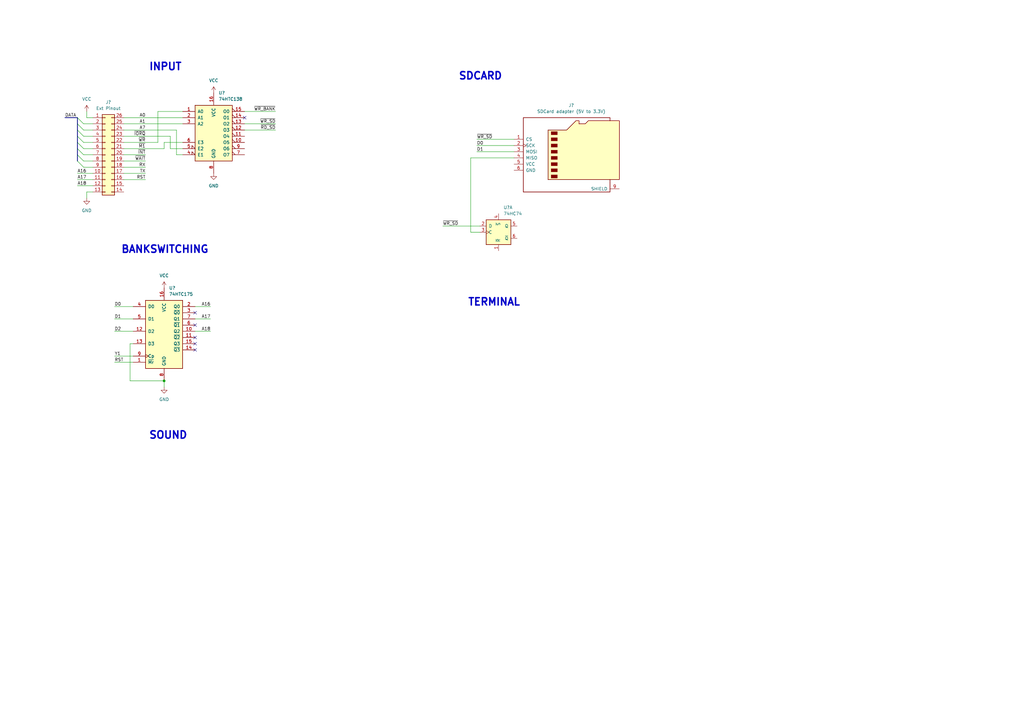
<source format=kicad_sch>
(kicad_sch (version 20211123) (generator eeschema)
  (paper "A3")
  (lib_symbols
    (symbol "74xx:74HC74" (pin_names (offset 1.016))
      (property "Reference" "U" (at -7.62 8.89 0))
      (property "Value" "74HC74" (at -7.62 -8.89 0))
      (symbol "74HC74_1_0"
        (pin input line (at 0 -7.62 90) (length 2.54) (name "~{R}") (number "1"))
        (pin input line (at -7.62 2.54 0) (length 2.54) (name "D") (number "2"))
        (pin input clock (at -7.62 0 0) (length 2.54) (name "C") (number "3"))
        (pin input line (at 0 7.62 270) (length 2.54) (name "~{S}") (number "4"))
        (pin output line (at 7.62 2.54 180) (length 2.54) (name "Q") (number "5"))
        (pin output line (at 7.62 -2.54 180) (length 2.54) (name "~{Q}") (number "6"))
      )
      (symbol "74HC74_1_1"
        (rectangle (start -5.08 5.08) (end 5.08 -5.08) (stroke (width 0.254)) (fill (type background)))
      )
      (symbol "74HC74_2_0"
        (pin input line (at 0 7.62 270) (length 2.54) (name "~{S}") (number "10"))
        (pin input clock (at -7.62 0 0) (length 2.54) (name "C") (number "11"))
        (pin input line (at -7.62 2.54 0) (length 2.54) (name "D") (number "12"))
        (pin input line (at 0 -7.62 90) (length 2.54) (name "~{R}") (number "13"))
        (pin output line (at 7.62 -2.54 180) (length 2.54) (name "~{Q}") (number "8"))
        (pin output line (at 7.62 2.54 180) (length 2.54) (name "Q") (number "9"))
      )
      (symbol "74HC74_2_1"
        (rectangle (start -5.08 5.08) (end 5.08 -5.08) (stroke (width 0.254)) (fill (type background)))
      )
      (symbol "74HC74_3_0"
        (pin power_in line (at 0 10.16 270) (length 2.54) (name "VCC") (number "14"))
        (pin power_in line (at 0 -10.16 90) (length 2.54) (name "GND") (number "7"))
      )
      (symbol "74HC74_3_1"
        (rectangle (start -5.08 7.62) (end 5.08 -7.62) (stroke (width 0.254)) (fill (type background)))
      )
    )
    (symbol "74xx:74LS138" (pin_names (offset 1.016))
      (property "Reference" "U" (at -7.62 11.43 0))
      (property "Value" "74LS138" (at -7.62 -13.97 0))
      (symbol "74LS138_1_0"
        (pin input line (at -12.7 7.62 0) (length 5.08) (name "A0") (number "1"))
        (pin output output_low (at 12.7 -5.08 180) (length 5.08) (name "O5") (number "10"))
        (pin output output_low (at 12.7 -2.54 180) (length 5.08) (name "O4") (number "11"))
        (pin output output_low (at 12.7 0 180) (length 5.08) (name "O3") (number "12"))
        (pin output output_low (at 12.7 2.54 180) (length 5.08) (name "O2") (number "13"))
        (pin output output_low (at 12.7 5.08 180) (length 5.08) (name "O1") (number "14"))
        (pin output output_low (at 12.7 7.62 180) (length 5.08) (name "O0") (number "15"))
        (pin power_in line (at 0 15.24 270) (length 5.08) (name "VCC") (number "16"))
        (pin input line (at -12.7 5.08 0) (length 5.08) (name "A1") (number "2"))
        (pin input line (at -12.7 2.54 0) (length 5.08) (name "A2") (number "3"))
        (pin input input_low (at -12.7 -10.16 0) (length 5.08) (name "E1") (number "4"))
        (pin input input_low (at -12.7 -7.62 0) (length 5.08) (name "E2") (number "5"))
        (pin input line (at -12.7 -5.08 0) (length 5.08) (name "E3") (number "6"))
        (pin output output_low (at 12.7 -10.16 180) (length 5.08) (name "O7") (number "7"))
        (pin power_in line (at 0 -17.78 90) (length 5.08) (name "GND") (number "8"))
        (pin output output_low (at 12.7 -7.62 180) (length 5.08) (name "O6") (number "9"))
      )
      (symbol "74LS138_1_1"
        (rectangle (start -7.62 10.16) (end 7.62 -12.7) (stroke (width 0.254)) (fill (type background)))
      )
    )
    (symbol "74xx:74LS175" (pin_names (offset 1.016))
      (property "Reference" "U" (at -7.62 13.97 0))
      (property "Value" "74LS175" (at -7.62 -16.51 0))
      (symbol "74LS175_1_0"
        (pin input line (at -12.7 -12.7 0) (length 5.08) (name "~{Mr}") (number "1"))
        (pin output line (at 12.7 0 180) (length 5.08) (name "Q2") (number "10"))
        (pin output line (at 12.7 -2.54 180) (length 5.08) (name "~{Q2}") (number "11"))
        (pin input line (at -12.7 0 0) (length 5.08) (name "D2") (number "12"))
        (pin input line (at -12.7 -5.08 0) (length 5.08) (name "D3") (number "13"))
        (pin output line (at 12.7 -7.62 180) (length 5.08) (name "~{Q3}") (number "14"))
        (pin output line (at 12.7 -5.08 180) (length 5.08) (name "Q3") (number "15"))
        (pin power_in line (at 0 17.78 270) (length 5.08) (name "VCC") (number "16"))
        (pin output line (at 12.7 10.16 180) (length 5.08) (name "Q0") (number "2"))
        (pin output line (at 12.7 7.62 180) (length 5.08) (name "~{Q0}") (number "3"))
        (pin input line (at -12.7 10.16 0) (length 5.08) (name "D0") (number "4"))
        (pin input line (at -12.7 5.08 0) (length 5.08) (name "D1") (number "5"))
        (pin output line (at 12.7 2.54 180) (length 5.08) (name "~{Q1}") (number "6"))
        (pin output line (at 12.7 5.08 180) (length 5.08) (name "Q1") (number "7"))
        (pin power_in line (at 0 -20.32 90) (length 5.08) (name "GND") (number "8"))
        (pin input clock (at -12.7 -10.16 0) (length 5.08) (name "Cp") (number "9"))
      )
      (symbol "74LS175_1_1"
        (rectangle (start -7.62 12.7) (end 7.62 -15.24) (stroke (width 0.254)) (fill (type background)))
      )
    )
    (symbol "Connector:Micro_SD_Card" (pin_names (offset 1.016))
      (property "Reference" "J?" (at 0.635 19.05 0))
      (property "Value" "SDCard adapter (5V to 3.3V)" (at 0.635 16.51 0))
      (symbol "Micro_SD_Card_0_1"
        (rectangle (start -7.62 -9.525) (end -5.08 -10.795) (fill (type outline)))
        (rectangle (start -7.62 -6.985) (end -5.08 -8.255) (fill (type outline)))
        (rectangle (start -7.62 -4.445) (end -5.08 -5.715) (fill (type outline)))
        (rectangle (start -7.62 -1.905) (end -5.08 -3.175) (fill (type outline)))
        (rectangle (start -7.62 0.635) (end -5.08 -0.635) (fill (type outline)))
        (rectangle (start -7.62 3.175) (end -5.08 1.905) (fill (type outline)))
        (rectangle (start -7.62 5.715) (end -5.08 4.445) (fill (type outline)))
        (rectangle (start -7.62 8.255) (end -5.08 6.985) (fill (type outline)))
        (polyline (pts (xy 16.51 12.7) (xy 16.51 13.97) (xy -19.05 13.97) (xy -19.05 -16.51) (xy 16.51 -16.51) (xy 16.51 -11.43)) (stroke (width 0.254)))
        (polyline (pts (xy -8.89 -11.43) (xy -8.89 8.89) (xy -1.27 8.89) (xy 2.54 12.7) (xy 3.81 12.7) (xy 3.81 11.43) (xy 6.35 11.43) (xy 7.62 12.7) (xy 20.32 12.7) (xy 20.32 -11.43) (xy -8.89 -11.43)) (stroke (width 0.254)) (fill (type background)))
      )
      (symbol "Micro_SD_Card_1_1"
        (pin input line (at -22.86 5.08 0) (length 3.81) (name "CS") (number "1"))
        (pin input clock (at -22.86 2.54 0) (length 3.81) (name "SCK") (number "2"))
        (pin input line (at -22.86 0 0) (length 3.81) (name "MOSI") (number "3"))
        (pin output line (at -22.86 -2.54 0) (length 3.81) (name "MISO") (number "4"))
        (pin power_in line (at -22.86 -5.08 0) (length 3.81) (name "VCC") (number "5"))
        (pin power_in line (at -22.86 -7.62 0) (length 3.81) (name "GND") (number "6"))
        (pin passive line (at 20.32 -15.24 180) (length 3.81) (name "SHIELD") (number "9"))
      )
    )
    (symbol "Connector_Generic:Conn_02x13_Counter_Clockwise" (pin_names (offset 1.016) hide)
      (property "Reference" "J" (at 1.27 17.78 0))
      (property "Value" "Conn_02x13_Counter_Clockwise" (at 1.27 -17.78 0))
      (symbol "Conn_02x13_Counter_Clockwise_1_1"
        (rectangle (start -1.27 -15.113) (end 0 -15.367) (stroke (width 0.1524)))
        (rectangle (start -1.27 -12.573) (end 0 -12.827) (stroke (width 0.1524)))
        (rectangle (start -1.27 -10.033) (end 0 -10.287) (stroke (width 0.1524)))
        (rectangle (start -1.27 -7.493) (end 0 -7.747) (stroke (width 0.1524)))
        (rectangle (start -1.27 -4.953) (end 0 -5.207) (stroke (width 0.1524)))
        (rectangle (start -1.27 -2.413) (end 0 -2.667) (stroke (width 0.1524)))
        (rectangle (start -1.27 0.127) (end 0 -0.127) (stroke (width 0.1524)))
        (rectangle (start -1.27 2.667) (end 0 2.413) (stroke (width 0.1524)))
        (rectangle (start -1.27 5.207) (end 0 4.953) (stroke (width 0.1524)))
        (rectangle (start -1.27 7.747) (end 0 7.493) (stroke (width 0.1524)))
        (rectangle (start -1.27 10.287) (end 0 10.033) (stroke (width 0.1524)))
        (rectangle (start -1.27 12.827) (end 0 12.573) (stroke (width 0.1524)))
        (rectangle (start -1.27 15.367) (end 0 15.113) (stroke (width 0.1524)))
        (rectangle (start -1.27 16.51) (end 3.81 -16.51) (stroke (width 0.254)) (fill (type background)))
        (rectangle (start 3.81 -15.113) (end 2.54 -15.367) (stroke (width 0.1524)))
        (rectangle (start 3.81 -12.573) (end 2.54 -12.827) (stroke (width 0.1524)))
        (rectangle (start 3.81 -10.033) (end 2.54 -10.287) (stroke (width 0.1524)))
        (rectangle (start 3.81 -7.493) (end 2.54 -7.747) (stroke (width 0.1524)))
        (rectangle (start 3.81 -4.953) (end 2.54 -5.207) (stroke (width 0.1524)))
        (rectangle (start 3.81 -2.413) (end 2.54 -2.667) (stroke (width 0.1524)))
        (rectangle (start 3.81 0.127) (end 2.54 -0.127) (stroke (width 0.1524)))
        (rectangle (start 3.81 2.667) (end 2.54 2.413) (stroke (width 0.1524)))
        (rectangle (start 3.81 5.207) (end 2.54 4.953) (stroke (width 0.1524)))
        (rectangle (start 3.81 7.747) (end 2.54 7.493) (stroke (width 0.1524)))
        (rectangle (start 3.81 10.287) (end 2.54 10.033) (stroke (width 0.1524)))
        (rectangle (start 3.81 12.827) (end 2.54 12.573) (stroke (width 0.1524)))
        (rectangle (start 3.81 15.367) (end 2.54 15.113) (stroke (width 0.1524)))
        (pin passive line (at -5.08 15.24 0) (length 3.81) (name "Pin_1") (number "1"))
        (pin passive line (at -5.08 -7.62 0) (length 3.81) (name "Pin_10") (number "10"))
        (pin passive line (at -5.08 -10.16 0) (length 3.81) (name "Pin_11") (number "11"))
        (pin passive line (at -5.08 -12.7 0) (length 3.81) (name "Pin_12") (number "12"))
        (pin passive line (at -5.08 -15.24 0) (length 3.81) (name "Pin_13") (number "13"))
        (pin passive line (at 7.62 -15.24 180) (length 3.81) (name "Pin_14") (number "14"))
        (pin passive line (at 7.62 -12.7 180) (length 3.81) (name "Pin_15") (number "15"))
        (pin passive line (at 7.62 -10.16 180) (length 3.81) (name "Pin_16") (number "16"))
        (pin passive line (at 7.62 -7.62 180) (length 3.81) (name "Pin_17") (number "17"))
        (pin passive line (at 7.62 -5.08 180) (length 3.81) (name "Pin_18") (number "18"))
        (pin passive line (at 7.62 -2.54 180) (length 3.81) (name "Pin_19") (number "19"))
        (pin passive line (at -5.08 12.7 0) (length 3.81) (name "Pin_2") (number "2"))
        (pin passive line (at 7.62 0 180) (length 3.81) (name "Pin_20") (number "20"))
        (pin passive line (at 7.62 2.54 180) (length 3.81) (name "Pin_21") (number "21"))
        (pin passive line (at 7.62 5.08 180) (length 3.81) (name "Pin_22") (number "22"))
        (pin passive line (at 7.62 7.62 180) (length 3.81) (name "Pin_23") (number "23"))
        (pin passive line (at 7.62 10.16 180) (length 3.81) (name "Pin_24") (number "24"))
        (pin passive line (at 7.62 12.7 180) (length 3.81) (name "Pin_25") (number "25"))
        (pin passive line (at 7.62 15.24 180) (length 3.81) (name "Pin_26") (number "26"))
        (pin passive line (at -5.08 10.16 0) (length 3.81) (name "Pin_3") (number "3"))
        (pin passive line (at -5.08 7.62 0) (length 3.81) (name "Pin_4") (number "4"))
        (pin passive line (at -5.08 5.08 0) (length 3.81) (name "Pin_5") (number "5"))
        (pin passive line (at -5.08 2.54 0) (length 3.81) (name "Pin_6") (number "6"))
        (pin passive line (at -5.08 0 0) (length 3.81) (name "Pin_7") (number "7"))
        (pin passive line (at -5.08 -2.54 0) (length 3.81) (name "Pin_8") (number "8"))
        (pin passive line (at -5.08 -5.08 0) (length 3.81) (name "Pin_9") (number "9"))
      )
    )
    (symbol "power:GND" (power) (pin_names (offset 0))
      (property "Value" "GND" (at 0 -3.81 0))
      (symbol "GND_0_1"
        (polyline (pts (xy 0 0) (xy 0 -1.27) (xy 1.27 -1.27) (xy 0 -2.54) (xy -1.27 -1.27) (xy 0 -1.27)))
      )
      (symbol "GND_1_1"
        (pin power_in line (at 0 0 270) (length 0) hide (name "GND") (number "1"))
      )
    )
    (symbol "power:VCC" (power) (pin_names (offset 0))
      (property "Value" "VCC" (at 0 3.81 0))
      (symbol "VCC_0_1"
        (polyline (pts (xy -0.762 1.27) (xy 0 2.54)))
        (polyline (pts (xy 0 0) (xy 0 2.54)))
        (polyline (pts (xy 0 2.54) (xy 0.762 1.27)))
      )
      (symbol "VCC_1_1"
        (pin power_in line (at 0 0 90) (length 0) hide (name "VCC") (number "1"))
      )
    )
  )
  (junction (at 67.31 156.21))
  (no_connect (at 80.01 140.97))
  (no_connect (at 80.01 133.35))
  (no_connect (at 80.01 138.43))
  (no_connect (at 80.01 128.27))
  (no_connect (at 80.01 143.51))
  (no_connect (at 100.33 48.26))
  (bus_entry (at 31.75 50.8) (size 2.54 2.54))
  (bus_entry (at 31.75 48.26) (size 2.54 2.54))
  (bus_entry (at 31.75 66.04) (size 2.54 2.54))
  (bus_entry (at 31.75 55.88) (size 2.54 2.54))
  (bus_entry (at 31.75 63.5) (size 2.54 2.54))
  (bus_entry (at 31.75 60.96) (size 2.54 2.54))
  (bus_entry (at 31.75 58.42) (size 2.54 2.54))
  (bus_entry (at 31.75 53.34) (size 2.54 2.54))
  (wire (pts (xy 34.29 53.34) (xy 38.1 53.34)))
  (wire (pts (xy 86.36 125.73) (xy 80.01 125.73)))
  (bus (pts (xy 31.75 60.96) (xy 31.75 63.5)))
  (wire (pts (xy 35.56 45.72) (xy 35.56 48.26)))
  (wire (pts (xy 50.8 63.5) (xy 59.69 63.5)))
  (wire (pts (xy 210.82 57.15) (xy 195.58 57.15)))
  (wire (pts (xy 50.8 71.12) (xy 59.69 71.12)))
  (bus (pts (xy 31.75 63.5) (xy 31.75 66.04)))
  (wire (pts (xy 195.58 59.69) (xy 210.82 59.69)))
  (wire (pts (xy 34.29 68.58) (xy 38.1 68.58)))
  (bus (pts (xy 31.75 58.42) (xy 31.75 60.96)))
  (wire (pts (xy 31.75 71.12) (xy 38.1 71.12)))
  (wire (pts (xy 53.34 140.97) (xy 53.34 156.21)))
  (wire (pts (xy 72.39 63.5) (xy 74.93 63.5)))
  (wire (pts (xy 35.56 81.28) (xy 35.56 78.74)))
  (wire (pts (xy 31.75 73.66) (xy 38.1 73.66)))
  (wire (pts (xy 35.56 78.74) (xy 38.1 78.74)))
  (wire (pts (xy 50.8 50.8) (xy 74.93 50.8)))
  (wire (pts (xy 34.29 50.8) (xy 38.1 50.8)))
  (wire (pts (xy 46.99 130.81) (xy 54.61 130.81)))
  (bus (pts (xy 31.75 53.34) (xy 31.75 55.88)))
  (wire (pts (xy 100.33 50.8) (xy 113.03 50.8)))
  (wire (pts (xy 50.8 48.26) (xy 74.93 48.26)))
  (wire (pts (xy 46.99 146.05) (xy 54.61 146.05)))
  (wire (pts (xy 46.99 148.59) (xy 54.61 148.59)))
  (wire (pts (xy 193.04 95.25) (xy 196.85 95.25)))
  (wire (pts (xy 50.8 66.04) (xy 59.69 66.04)))
  (wire (pts (xy 34.29 63.5) (xy 38.1 63.5)))
  (bus (pts (xy 31.75 55.88) (xy 31.75 58.42)))
  (bus (pts (xy 26.67 48.26) (xy 31.75 48.26)))
  (wire (pts (xy 195.58 62.23) (xy 210.82 62.23)))
  (wire (pts (xy 64.77 58.42) (xy 64.77 45.72)))
  (wire (pts (xy 64.77 45.72) (xy 74.93 45.72)))
  (wire (pts (xy 35.56 48.26) (xy 38.1 48.26)))
  (wire (pts (xy 34.29 58.42) (xy 38.1 58.42)))
  (wire (pts (xy 69.85 55.88) (xy 69.85 60.96)))
  (wire (pts (xy 100.33 53.34) (xy 113.03 53.34)))
  (wire (pts (xy 74.93 58.42) (xy 67.31 58.42)))
  (wire (pts (xy 86.36 130.81) (xy 80.01 130.81)))
  (wire (pts (xy 210.82 64.77) (xy 193.04 64.77)))
  (wire (pts (xy 100.33 45.72) (xy 113.03 45.72)))
  (wire (pts (xy 54.61 140.97) (xy 53.34 140.97)))
  (wire (pts (xy 50.8 73.66) (xy 59.69 73.66)))
  (wire (pts (xy 86.36 135.89) (xy 80.01 135.89)))
  (wire (pts (xy 193.04 64.77) (xy 193.04 95.25)))
  (wire (pts (xy 50.8 68.58) (xy 59.69 68.58)))
  (wire (pts (xy 46.99 135.89) (xy 54.61 135.89)))
  (wire (pts (xy 53.34 156.21) (xy 67.31 156.21)))
  (wire (pts (xy 50.8 53.34) (xy 72.39 53.34)))
  (wire (pts (xy 67.31 60.96) (xy 50.8 60.96)))
  (wire (pts (xy 50.8 55.88) (xy 69.85 55.88)))
  (wire (pts (xy 196.85 92.71) (xy 181.61 92.71)))
  (wire (pts (xy 34.29 66.04) (xy 38.1 66.04)))
  (wire (pts (xy 67.31 156.21) (xy 67.31 158.75)))
  (wire (pts (xy 31.75 76.2) (xy 38.1 76.2)))
  (bus (pts (xy 31.75 48.26) (xy 31.75 50.8)))
  (wire (pts (xy 50.8 58.42) (xy 64.77 58.42)))
  (wire (pts (xy 69.85 60.96) (xy 74.93 60.96)))
  (bus (pts (xy 31.75 50.8) (xy 31.75 53.34)))
  (wire (pts (xy 34.29 60.96) (xy 38.1 60.96)))
  (wire (pts (xy 34.29 55.88) (xy 38.1 55.88)))
  (wire (pts (xy 67.31 58.42) (xy 67.31 60.96)))
  (wire (pts (xy 72.39 53.34) (xy 72.39 63.5)))
  (wire (pts (xy 46.99 125.73) (xy 54.61 125.73)))
  (text "SOUND" (at 60.96 180.34 0) (effects (font (size 3 3) (thickness 0.6) bold) (justify left bottom)))
  (text "SDCARD" (at 187.96 33.02 0) (effects (font (size 3 3) (thickness 0.6) bold) (justify left bottom)))
  (text "TERMINAL" (at 191.77 125.73 0) (effects (font (size 3 3) (thickness 0.6) bold) (justify left bottom)))
  (text "INPUT" (at 60.96 29.21 0) (effects (font (size 3 3) (thickness 0.6) bold) (justify left bottom)))
  (text "BANKSWITCHING" (at 49.53 104.14 0) (effects (font (size 3 3) (thickness 0.6) bold) (justify left bottom)))
  (label "A16" (at 86.36 125.73 180))
  (label "A16" (at 31.75 71.12 0))
  (label "~{WR_BANK}" (at 113.03 45.72 180))
  (label "A17" (at 31.75 73.66 0))
  (label "RX" (at 59.69 68.58 180))
  (label "A1" (at 59.69 50.8 180))
  (label "D0" (at 195.58 59.69 0))
  (label "DATA" (at 26.67 48.26 0))
  (label "~{WR_SD}" (at 195.58 57.15 0))
  (label "TX" (at 59.69 71.12 180))
  (label "RST" (at 59.69 73.66 180))
  (label "~{WR_SD}" (at 113.03 50.8 180))
  (label "~{WR}" (at 59.69 58.42 180))
  (label "~{IORQ}" (at 59.69 55.88 180))
  (label "A0" (at 59.69 48.26 180))
  (label "D1" (at 195.58 62.23 0))
  (label "A17" (at 86.36 130.81 180))
  (label "A7" (at 59.69 53.34 180))
  (label "A18" (at 86.36 135.89 180))
  (label "~{INT}" (at 59.69 63.5 180))
  (label "~{RD_SD}" (at 113.03 53.34 180))
  (label "Y1" (at 46.99 146.05 0))
  (label "~{WR_SD}" (at 181.61 92.71 0))
  (label "~{WAIT}" (at 59.69 66.04 180))
  (label "RST" (at 46.99 148.59 0))
  (label "D0" (at 46.99 125.73 0))
  (label "~{M1}" (at 59.69 60.96 180))
  (label "A18" (at 31.75 76.2 0))
  (label "D2" (at 46.99 135.89 0))
  (label "D1" (at 46.99 130.81 0))
  (symbol (lib_id "power:VCC") (at 87.63 38.1 0) (unit 1)
    (property "Reference" "#PWR?" (effects hide))
    (property "Value" "VCC" (at 87.63 33.02 0))
  )
  (symbol (lib_id "power:GND") (at 35.56 81.28 0) (unit 1)
    (property "Reference" "#PWR?" (effects hide))
    (property "Value" "GND" (at 35.56 86.36 0))
  )
  (symbol (lib_id "Connector:Micro_SD_Card") (at 233.68 62.23 0) (unit 1)
    (property "Reference" "J?" (at 234.315 43.18 0))
    (property "Value" "SDCard adapter (5V to 3.3V)" (at 234.315 45.72 0))
    (property "Datasheet" "http://katalog.we-online.de/em/datasheet/693072010801.pdf" (effects hide))
  )
  (symbol (lib_id "power:GND") (at 87.63 71.12 0) (unit 1)
    (property "Reference" "#PWR?" (effects hide))
    (property "Value" "GND" (at 87.63 76.2 0))
  )
  (symbol (lib_id "power:VCC") (at 35.56 45.72 0) (unit 1)
    (property "Reference" "#PWR?" (effects hide))
    (property "Value" "VCC" (at 35.56 40.64 0))
  )
  (symbol (lib_id "74xx:74LS138") (at 87.63 53.34 0) (unit 1)
    (property "Reference" "U?" (at 89.6494 38.1 0) (effects (justify left)))
    (property "Value" "74HTC138" (at 89.6494 40.64 0) (effects (justify left)))
    (property "Datasheet" "http://www.ti.com/lit/gpn/sn74LS138" (effects hide))
  )
  (symbol (lib_id "power:VCC") (at 67.31 118.11 0) (unit 1)
    (property "Reference" "#PWR?" (effects hide))
    (property "Value" "VCC" (at 67.31 113.03 0))
  )
  (symbol (lib_id "74xx:74LS175") (at 67.31 135.89 0) (unit 1)
    (property "Reference" "U?" (at 69.3294 118.11 0) (effects (justify left)))
    (property "Value" "74HTC175" (at 69.3294 120.65 0) (effects (justify left)))
    (property "Datasheet" "http://www.ti.com/lit/gpn/sn74LS175" (effects hide))
  )
  (symbol (lib_id "74xx:74HC74") (at 204.47 95.25 0) (unit 1)
    (property "Reference" "U?" (at 206.4894 85.09 0) (effects (justify left)))
    (property "Value" "74HC74" (at 206.4894 87.63 0) (effects (justify left)))
    (property "Datasheet" "74xx/74hc_hct74.pdf" (effects hide))
  )
  (symbol (lib_id "power:GND") (at 67.31 158.75 0) (unit 1)
    (property "Reference" "#PWR?" (effects hide))
    (property "Value" "GND" (at 67.31 163.83 0))
  )
  (symbol (lib_id "Connector_Generic:Conn_02x13_Counter_Clockwise") (at 43.18 63.5 0) (unit 1)
    (property "Reference" "J?" (at 44.45 41.91 0))
    (property "Value" "Ext Pinout" (at 44.45 44.45 0))
  )
)
</source>
